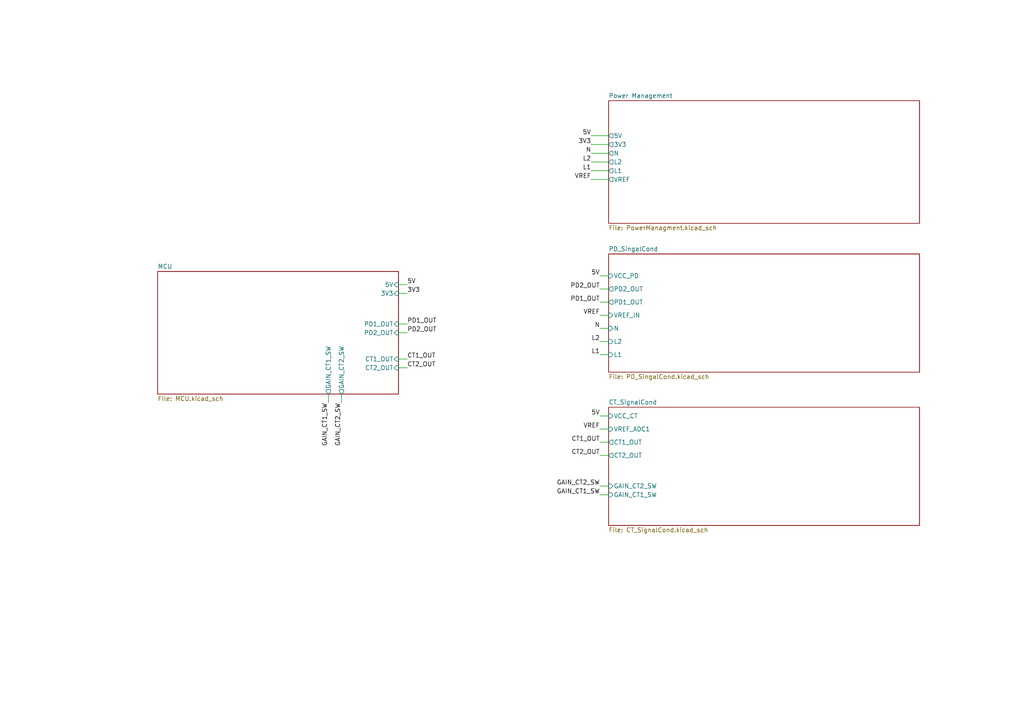
<source format=kicad_sch>
(kicad_sch
	(version 20231120)
	(generator "eeschema")
	(generator_version "8.0")
	(uuid "7feb3b7b-c544-4495-85d9-1b68f3c1cf3f")
	(paper "A4")
	(lib_symbols)
	(wire
		(pts
			(xy 171.45 49.53) (xy 176.53 49.53)
		)
		(stroke
			(width 0)
			(type default)
		)
		(uuid "0a947b30-d0a0-441f-9ba9-22e7807bafc7")
	)
	(wire
		(pts
			(xy 173.99 99.06) (xy 176.53 99.06)
		)
		(stroke
			(width 0)
			(type default)
		)
		(uuid "0fbd380e-9d0a-4b72-9857-cb309901f02a")
	)
	(wire
		(pts
			(xy 171.45 44.45) (xy 176.53 44.45)
		)
		(stroke
			(width 0)
			(type default)
		)
		(uuid "10bbd784-27df-4244-8e7a-a87972ccfd18")
	)
	(wire
		(pts
			(xy 171.45 41.91) (xy 176.53 41.91)
		)
		(stroke
			(width 0)
			(type default)
		)
		(uuid "29a368c7-8d95-44f4-8954-aa5a9c34422e")
	)
	(wire
		(pts
			(xy 173.99 83.82) (xy 176.53 83.82)
		)
		(stroke
			(width 0)
			(type default)
		)
		(uuid "374e7db2-9662-4436-abbc-667e4ce22b84")
	)
	(wire
		(pts
			(xy 115.57 96.52) (xy 118.11 96.52)
		)
		(stroke
			(width 0)
			(type default)
		)
		(uuid "4b1f3cd2-6de8-418a-92ee-b745fd9fec9c")
	)
	(wire
		(pts
			(xy 173.99 132.08) (xy 176.53 132.08)
		)
		(stroke
			(width 0)
			(type default)
		)
		(uuid "5d5a2b2b-fbac-4665-b473-266a7587f996")
	)
	(wire
		(pts
			(xy 173.99 124.46) (xy 176.53 124.46)
		)
		(stroke
			(width 0)
			(type default)
		)
		(uuid "6350645d-eb24-408c-9630-094f8d17bd21")
	)
	(wire
		(pts
			(xy 173.99 80.01) (xy 176.53 80.01)
		)
		(stroke
			(width 0)
			(type default)
		)
		(uuid "687364e6-0f6c-4b7c-83fe-edd368c96861")
	)
	(wire
		(pts
			(xy 173.99 95.25) (xy 176.53 95.25)
		)
		(stroke
			(width 0)
			(type default)
		)
		(uuid "82fa6d10-9686-44f2-89e6-2e7dc6010040")
	)
	(wire
		(pts
			(xy 115.57 104.14) (xy 118.11 104.14)
		)
		(stroke
			(width 0)
			(type default)
		)
		(uuid "8ebfe5ad-d30b-4f7f-b3c5-5b4f37d7fee0")
	)
	(wire
		(pts
			(xy 115.57 82.55) (xy 118.11 82.55)
		)
		(stroke
			(width 0)
			(type default)
		)
		(uuid "93b9478b-400f-4dc0-a788-9a6ae788c3d2")
	)
	(wire
		(pts
			(xy 171.45 46.99) (xy 176.53 46.99)
		)
		(stroke
			(width 0)
			(type default)
		)
		(uuid "97e6c725-b1d3-4d96-b686-9611648502e1")
	)
	(wire
		(pts
			(xy 95.25 114.3) (xy 95.25 116.84)
		)
		(stroke
			(width 0)
			(type default)
		)
		(uuid "9fd89ed0-3d82-464e-aaa1-a827d6b53405")
	)
	(wire
		(pts
			(xy 115.57 106.68) (xy 118.11 106.68)
		)
		(stroke
			(width 0)
			(type default)
		)
		(uuid "a1e2f16c-bbe5-4035-b1dd-a905ae0bb938")
	)
	(wire
		(pts
			(xy 171.45 39.37) (xy 176.53 39.37)
		)
		(stroke
			(width 0)
			(type default)
		)
		(uuid "a775c510-0592-4139-aa77-9f045e4c1688")
	)
	(wire
		(pts
			(xy 173.99 102.87) (xy 176.53 102.87)
		)
		(stroke
			(width 0)
			(type default)
		)
		(uuid "a937c72c-c682-4876-a4da-4edb2e41fc52")
	)
	(wire
		(pts
			(xy 173.99 128.27) (xy 176.53 128.27)
		)
		(stroke
			(width 0)
			(type default)
		)
		(uuid "ab53088c-c169-4824-bae7-79f5bd8121aa")
	)
	(wire
		(pts
			(xy 173.99 91.44) (xy 176.53 91.44)
		)
		(stroke
			(width 0)
			(type default)
		)
		(uuid "b91c4efe-5669-4069-a66e-dbb300951343")
	)
	(wire
		(pts
			(xy 99.06 114.3) (xy 99.06 116.84)
		)
		(stroke
			(width 0)
			(type default)
		)
		(uuid "bed5d7b1-6cc0-44d9-8141-39b19d8a3cf2")
	)
	(wire
		(pts
			(xy 173.99 140.97) (xy 176.53 140.97)
		)
		(stroke
			(width 0)
			(type default)
		)
		(uuid "c33e449f-7c58-466a-a411-f25d4198b62a")
	)
	(wire
		(pts
			(xy 171.45 52.07) (xy 176.53 52.07)
		)
		(stroke
			(width 0)
			(type default)
		)
		(uuid "d01838e7-f1c0-4368-b69e-6d8cd98ed0c1")
	)
	(wire
		(pts
			(xy 173.99 143.51) (xy 176.53 143.51)
		)
		(stroke
			(width 0)
			(type default)
		)
		(uuid "d2c906ea-b89f-4092-8b3e-7b3f3ef6bf8a")
	)
	(wire
		(pts
			(xy 115.57 85.09) (xy 118.11 85.09)
		)
		(stroke
			(width 0)
			(type default)
		)
		(uuid "d305812b-3d7d-4c7d-b5df-1c965013d27f")
	)
	(wire
		(pts
			(xy 173.99 120.65) (xy 176.53 120.65)
		)
		(stroke
			(width 0)
			(type default)
		)
		(uuid "d47795c3-0fdd-4e54-a8d8-2a6668c0619b")
	)
	(wire
		(pts
			(xy 173.99 87.63) (xy 176.53 87.63)
		)
		(stroke
			(width 0)
			(type default)
		)
		(uuid "ec1906c3-42e4-4461-a51f-c1dfc75f3b89")
	)
	(wire
		(pts
			(xy 115.57 93.98) (xy 118.11 93.98)
		)
		(stroke
			(width 0)
			(type default)
		)
		(uuid "faf8b06a-d14b-48d0-8c64-d0816933d5b5")
	)
	(label "3V3"
		(at 118.11 85.09 0)
		(fields_autoplaced yes)
		(effects
			(font
				(size 1.27 1.27)
			)
			(justify left bottom)
		)
		(uuid "0690b54f-5dc9-4750-bb9f-07a0afb85281")
	)
	(label "GAIN_CT1_SW"
		(at 95.25 116.84 270)
		(fields_autoplaced yes)
		(effects
			(font
				(size 1.27 1.27)
			)
			(justify right bottom)
		)
		(uuid "0cb87fde-ba9e-41da-8c2c-73e89ee1e22c")
	)
	(label "VREF"
		(at 171.45 52.07 180)
		(fields_autoplaced yes)
		(effects
			(font
				(size 1.27 1.27)
			)
			(justify right bottom)
		)
		(uuid "0df9f7b9-6eee-4d09-a5ef-a96f71ec9d6e")
	)
	(label "VREF"
		(at 173.99 124.46 180)
		(fields_autoplaced yes)
		(effects
			(font
				(size 1.27 1.27)
			)
			(justify right bottom)
		)
		(uuid "1eb84052-ce32-4b4e-b4ab-d39f1b98d66c")
	)
	(label "GAIN_CT1_SW"
		(at 173.99 143.51 180)
		(fields_autoplaced yes)
		(effects
			(font
				(size 1.27 1.27)
			)
			(justify right bottom)
		)
		(uuid "374c9efc-d6ff-4b50-b218-c1d48d424671")
	)
	(label "5V"
		(at 171.45 39.37 180)
		(fields_autoplaced yes)
		(effects
			(font
				(size 1.27 1.27)
			)
			(justify right bottom)
		)
		(uuid "3e95ed85-34c2-4312-9021-560aa010d415")
	)
	(label "3V3"
		(at 171.45 41.91 180)
		(fields_autoplaced yes)
		(effects
			(font
				(size 1.27 1.27)
			)
			(justify right bottom)
		)
		(uuid "47c5dfaa-aed9-40ad-b5a6-7abf13d70613")
	)
	(label "L1"
		(at 171.45 49.53 180)
		(fields_autoplaced yes)
		(effects
			(font
				(size 1.27 1.27)
			)
			(justify right bottom)
		)
		(uuid "58c91493-6370-4c35-a03d-5a576a4dfc97")
	)
	(label "PD2_OUT"
		(at 173.99 83.82 180)
		(fields_autoplaced yes)
		(effects
			(font
				(size 1.27 1.27)
			)
			(justify right bottom)
		)
		(uuid "5bd0bffb-3aa7-4719-b270-742dbe52ab59")
	)
	(label "N"
		(at 171.45 44.45 180)
		(fields_autoplaced yes)
		(effects
			(font
				(size 1.27 1.27)
			)
			(justify right bottom)
		)
		(uuid "6b2522ce-4526-4684-8af0-8fa6ba8db66a")
	)
	(label "CT2_OUT"
		(at 118.11 106.68 0)
		(fields_autoplaced yes)
		(effects
			(font
				(size 1.27 1.27)
			)
			(justify left bottom)
		)
		(uuid "6e9e6ffb-eafd-4703-b631-c07dbcd89d58")
	)
	(label "GAIN_CT2_SW"
		(at 99.06 116.84 270)
		(fields_autoplaced yes)
		(effects
			(font
				(size 1.27 1.27)
			)
			(justify right bottom)
		)
		(uuid "7d3e9367-4920-4ce4-8458-c477f7023f1c")
	)
	(label "5V"
		(at 118.11 82.55 0)
		(fields_autoplaced yes)
		(effects
			(font
				(size 1.27 1.27)
			)
			(justify left bottom)
		)
		(uuid "858fa976-f689-4369-824c-d60afbd22c7a")
	)
	(label "PD1_OUT"
		(at 173.99 87.63 180)
		(fields_autoplaced yes)
		(effects
			(font
				(size 1.27 1.27)
			)
			(justify right bottom)
		)
		(uuid "85b801df-9ec3-40e8-84cc-63cdbf1a9e81")
	)
	(label "5V"
		(at 173.99 120.65 180)
		(fields_autoplaced yes)
		(effects
			(font
				(size 1.27 1.27)
			)
			(justify right bottom)
		)
		(uuid "8d49e4b4-bb74-4ded-8b94-54806d941e3e")
	)
	(label "CT1_OUT"
		(at 118.11 104.14 0)
		(fields_autoplaced yes)
		(effects
			(font
				(size 1.27 1.27)
			)
			(justify left bottom)
		)
		(uuid "a7e314b2-2b62-4160-a8f0-36309a9d3c71")
	)
	(label "CT2_OUT"
		(at 173.99 132.08 180)
		(fields_autoplaced yes)
		(effects
			(font
				(size 1.27 1.27)
			)
			(justify right bottom)
		)
		(uuid "adebc30a-9d08-4dfc-9510-4ce165ec5858")
	)
	(label "GAIN_CT2_SW"
		(at 173.99 140.97 180)
		(fields_autoplaced yes)
		(effects
			(font
				(size 1.27 1.27)
			)
			(justify right bottom)
		)
		(uuid "b2cd3ab9-00a7-4909-874d-17dc3bdf8e10")
	)
	(label "N"
		(at 173.99 95.25 180)
		(fields_autoplaced yes)
		(effects
			(font
				(size 1.27 1.27)
			)
			(justify right bottom)
		)
		(uuid "b7a446ae-cb47-49ed-8e4b-e974a370de8b")
	)
	(label "PD2_OUT"
		(at 118.11 96.52 0)
		(fields_autoplaced yes)
		(effects
			(font
				(size 1.27 1.27)
			)
			(justify left bottom)
		)
		(uuid "bdeba7cd-f15f-4f0b-86ee-480549c118e1")
	)
	(label "VREF"
		(at 173.99 91.44 180)
		(fields_autoplaced yes)
		(effects
			(font
				(size 1.27 1.27)
			)
			(justify right bottom)
		)
		(uuid "c3497e6b-0ab3-4615-9b88-dc8779fc7ed5")
	)
	(label "PD1_OUT"
		(at 118.11 93.98 0)
		(fields_autoplaced yes)
		(effects
			(font
				(size 1.27 1.27)
			)
			(justify left bottom)
		)
		(uuid "d99e279b-869b-4d46-897b-d5a0b527ec66")
	)
	(label "CT1_OUT"
		(at 173.99 128.27 180)
		(fields_autoplaced yes)
		(effects
			(font
				(size 1.27 1.27)
			)
			(justify right bottom)
		)
		(uuid "dc21cd70-6abd-4999-bc21-d8f50c53568c")
	)
	(label "L1"
		(at 173.99 102.87 180)
		(fields_autoplaced yes)
		(effects
			(font
				(size 1.27 1.27)
			)
			(justify right bottom)
		)
		(uuid "e456b821-7d74-4dfc-8710-f14328962e3a")
	)
	(label "L2"
		(at 173.99 99.06 180)
		(fields_autoplaced yes)
		(effects
			(font
				(size 1.27 1.27)
			)
			(justify right bottom)
		)
		(uuid "f5045db6-c23e-4e06-9f99-170fa11e6c07")
	)
	(label "5V"
		(at 173.99 80.01 180)
		(fields_autoplaced yes)
		(effects
			(font
				(size 1.27 1.27)
			)
			(justify right bottom)
		)
		(uuid "f68015ff-2e58-4626-b082-56e8578455d5")
	)
	(label "L2"
		(at 171.45 46.99 180)
		(fields_autoplaced yes)
		(effects
			(font
				(size 1.27 1.27)
			)
			(justify right bottom)
		)
		(uuid "f820f49a-f93f-4088-abec-d992af961944")
	)
	(sheet
		(at 176.53 73.66)
		(size 90.17 34.29)
		(fields_autoplaced yes)
		(stroke
			(width 0.1524)
			(type solid)
		)
		(fill
			(color 0 0 0 0.0000)
		)
		(uuid "18bad05e-9b1f-425c-91bb-45c0010b256f")
		(property "Sheetname" "PD_SingalCond"
			(at 176.53 72.9484 0)
			(effects
				(font
					(size 1.27 1.27)
				)
				(justify left bottom)
			)
		)
		(property "Sheetfile" "PD_SingalCond.kicad_sch"
			(at 176.53 108.5346 0)
			(effects
				(font
					(size 1.27 1.27)
				)
				(justify left top)
			)
		)
		(pin "PD2_OUT" output
			(at 176.53 83.82 180)
			(effects
				(font
					(size 1.27 1.27)
				)
				(justify left)
			)
			(uuid "85b6d031-9600-4e6f-8e0c-9fec015735c0")
		)
		(pin "PD1_OUT" output
			(at 176.53 87.63 180)
			(effects
				(font
					(size 1.27 1.27)
				)
				(justify left)
			)
			(uuid "5c885325-0385-4612-9290-207e7669ff57")
		)
		(pin "N" input
			(at 176.53 95.25 180)
			(effects
				(font
					(size 1.27 1.27)
				)
				(justify left)
			)
			(uuid "aa3a041d-72ad-41d2-95e1-e44464891155")
		)
		(pin "L1" input
			(at 176.53 102.87 180)
			(effects
				(font
					(size 1.27 1.27)
				)
				(justify left)
			)
			(uuid "f5d97318-90fb-43cf-81f7-fca5e236e3d3")
		)
		(pin "L2" input
			(at 176.53 99.06 180)
			(effects
				(font
					(size 1.27 1.27)
				)
				(justify left)
			)
			(uuid "6e7286be-3a7f-480d-b15e-637d67618b63")
		)
		(pin "VCC_PD" input
			(at 176.53 80.01 180)
			(effects
				(font
					(size 1.27 1.27)
				)
				(justify left)
			)
			(uuid "4720b232-3c5e-4ad7-9b58-d5e853cf4a5e")
		)
		(pin "VREF_IN" input
			(at 176.53 91.44 180)
			(effects
				(font
					(size 1.27 1.27)
				)
				(justify left)
			)
			(uuid "830d3415-01d4-41be-b8e6-fe66d91d739d")
		)
		(instances
			(project "Mainboard"
				(path "/7feb3b7b-c544-4495-85d9-1b68f3c1cf3f"
					(page "2")
				)
			)
		)
	)
	(sheet
		(at 176.53 118.11)
		(size 90.17 34.29)
		(fields_autoplaced yes)
		(stroke
			(width 0.1524)
			(type solid)
		)
		(fill
			(color 0 0 0 0.0000)
		)
		(uuid "6b308e9e-7442-4fce-95b4-b90e6ceb2549")
		(property "Sheetname" "CT_SignalCond"
			(at 176.53 117.3984 0)
			(effects
				(font
					(size 1.27 1.27)
				)
				(justify left bottom)
			)
		)
		(property "Sheetfile" "CT_SignalCond.kicad_sch"
			(at 176.53 152.9846 0)
			(effects
				(font
					(size 1.27 1.27)
				)
				(justify left top)
			)
		)
		(pin "VCC_CT" input
			(at 176.53 120.65 180)
			(effects
				(font
					(size 1.27 1.27)
				)
				(justify left)
			)
			(uuid "2b3b85fc-193b-4837-be6e-d457a1ef85ee")
		)
		(pin "VREF_ADC1" input
			(at 176.53 124.46 180)
			(effects
				(font
					(size 1.27 1.27)
				)
				(justify left)
			)
			(uuid "295eec1c-176d-435d-bb99-847eb32ec4e6")
		)
		(pin "CT1_OUT" output
			(at 176.53 128.27 180)
			(effects
				(font
					(size 1.27 1.27)
				)
				(justify left)
			)
			(uuid "35e8046b-bc7c-4ce5-9d18-6fee5373a45e")
		)
		(pin "GAIN_CT1_SW" input
			(at 176.53 143.51 180)
			(effects
				(font
					(size 1.27 1.27)
				)
				(justify left)
			)
			(uuid "01a16583-fa64-4540-b6a0-6b7855bd12f8")
		)
		(pin "GAIN_CT2_SW" input
			(at 176.53 140.97 180)
			(effects
				(font
					(size 1.27 1.27)
				)
				(justify left)
			)
			(uuid "78d38bca-56b5-4b1b-834a-0536007f614f")
		)
		(pin "CT2_OUT" output
			(at 176.53 132.08 180)
			(effects
				(font
					(size 1.27 1.27)
				)
				(justify left)
			)
			(uuid "350a4576-f21f-4379-af3b-2a73588d515f")
		)
		(instances
			(project "Mainboard"
				(path "/7feb3b7b-c544-4495-85d9-1b68f3c1cf3f"
					(page "3")
				)
			)
		)
	)
	(sheet
		(at 45.72 78.74)
		(size 69.85 35.56)
		(fields_autoplaced yes)
		(stroke
			(width 0.1524)
			(type solid)
		)
		(fill
			(color 0 0 0 0.0000)
		)
		(uuid "c1b396ff-fc62-4d68-9beb-c589bfad14af")
		(property "Sheetname" "MCU"
			(at 45.72 78.0284 0)
			(effects
				(font
					(size 1.27 1.27)
				)
				(justify left bottom)
			)
		)
		(property "Sheetfile" "MCU.kicad_sch"
			(at 45.72 114.8846 0)
			(effects
				(font
					(size 1.27 1.27)
				)
				(justify left top)
			)
		)
		(pin "3V3" input
			(at 115.57 85.09 0)
			(effects
				(font
					(size 1.27 1.27)
				)
				(justify right)
			)
			(uuid "5c74774a-4c08-428f-8afd-5bf5c2a02ad4")
		)
		(pin "CT1_OUT" input
			(at 115.57 104.14 0)
			(effects
				(font
					(size 1.27 1.27)
				)
				(justify right)
			)
			(uuid "bbe2a012-2a50-4f1e-a284-958261f6244d")
		)
		(pin "CT2_OUT" input
			(at 115.57 106.68 0)
			(effects
				(font
					(size 1.27 1.27)
				)
				(justify right)
			)
			(uuid "c6683001-801d-40f8-b498-2bd03fe468a6")
		)
		(pin "PD1_OUT" input
			(at 115.57 93.98 0)
			(effects
				(font
					(size 1.27 1.27)
				)
				(justify right)
			)
			(uuid "b405a865-d52f-4b87-b40a-b4eb41f7fc44")
		)
		(pin "PD2_OUT" input
			(at 115.57 96.52 0)
			(effects
				(font
					(size 1.27 1.27)
				)
				(justify right)
			)
			(uuid "d4e40bf0-5a67-40a4-815f-45579999506b")
		)
		(pin "5V" input
			(at 115.57 82.55 0)
			(effects
				(font
					(size 1.27 1.27)
				)
				(justify right)
			)
			(uuid "855f013b-0f14-4f83-ae32-faaf6061b4fd")
		)
		(pin "GAIN_CT2_SW" output
			(at 99.06 114.3 270)
			(effects
				(font
					(size 1.27 1.27)
				)
				(justify left)
			)
			(uuid "e5e1e922-7376-47af-9370-89811670a374")
		)
		(pin "GAIN_CT1_SW" output
			(at 95.25 114.3 270)
			(effects
				(font
					(size 1.27 1.27)
				)
				(justify left)
			)
			(uuid "c00a091a-4c31-40d8-b974-e474881ed51b")
		)
		(instances
			(project "Mainboard"
				(path "/7feb3b7b-c544-4495-85d9-1b68f3c1cf3f"
					(page "5")
				)
			)
		)
	)
	(sheet
		(at 176.53 29.21)
		(size 90.17 35.56)
		(fields_autoplaced yes)
		(stroke
			(width 0.1524)
			(type solid)
		)
		(fill
			(color 0 0 0 0.0000)
		)
		(uuid "ffa397e0-011a-4c42-a604-b65fe5437c0a")
		(property "Sheetname" "Power Management"
			(at 176.53 28.4984 0)
			(effects
				(font
					(size 1.27 1.27)
				)
				(justify left bottom)
			)
		)
		(property "Sheetfile" "PowerManagment.kicad_sch"
			(at 176.53 65.3546 0)
			(effects
				(font
					(size 1.27 1.27)
				)
				(justify left top)
			)
		)
		(pin "5V" output
			(at 176.53 39.37 180)
			(effects
				(font
					(size 1.27 1.27)
				)
				(justify left)
			)
			(uuid "43033cfa-c31e-48d1-bc98-86bcdcfd0f07")
		)
		(pin "3V3" output
			(at 176.53 41.91 180)
			(effects
				(font
					(size 1.27 1.27)
				)
				(justify left)
			)
			(uuid "be95eefd-3bb1-470c-a310-50d9596c7c50")
		)
		(pin "N" output
			(at 176.53 44.45 180)
			(effects
				(font
					(size 1.27 1.27)
				)
				(justify left)
			)
			(uuid "f2488297-cb8e-41e2-afd9-e6f3b0b6b26b")
		)
		(pin "L2" output
			(at 176.53 46.99 180)
			(effects
				(font
					(size 1.27 1.27)
				)
				(justify left)
			)
			(uuid "29eea34d-774b-460e-84cc-aa7df622c486")
		)
		(pin "L1" output
			(at 176.53 49.53 180)
			(effects
				(font
					(size 1.27 1.27)
				)
				(justify left)
			)
			(uuid "cb279a46-7bde-4b9b-afd6-8e5db84e47a1")
		)
		(pin "VREF" output
			(at 176.53 52.07 180)
			(effects
				(font
					(size 1.27 1.27)
				)
				(justify left)
			)
			(uuid "c4249df2-67b8-46ad-a9fc-9bb49ec5c2b0")
		)
		(instances
			(project "Mainboard"
				(path "/7feb3b7b-c544-4495-85d9-1b68f3c1cf3f"
					(page "4")
				)
			)
		)
	)
	(sheet_instances
		(path "/"
			(page "1")
		)
	)
)

</source>
